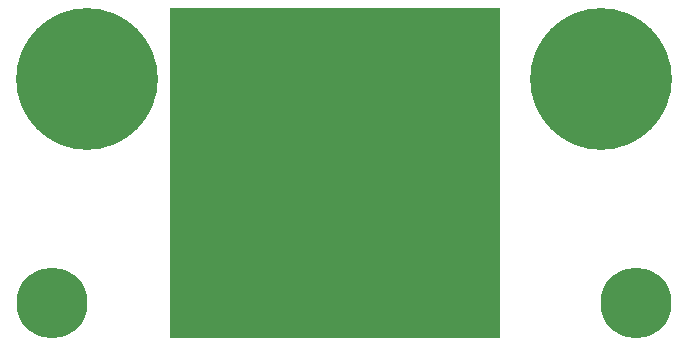
<source format=gbs>
%TF.GenerationSoftware,KiCad,Pcbnew,8.0.4*%
%TF.CreationDate,2024-08-05T19:41:17-07:00*%
%TF.ProjectId,20220727_Projects_Ideal_Diode_02,32303232-3037-4323-975f-50726f6a6563,rev?*%
%TF.SameCoordinates,PX9634260PY6ea0500*%
%TF.FileFunction,Soldermask,Bot*%
%TF.FilePolarity,Negative*%
%FSLAX46Y46*%
G04 Gerber Fmt 4.6, Leading zero omitted, Abs format (unit mm)*
G04 Created by KiCad (PCBNEW 8.0.4) date 2024-08-05 19:41:17*
%MOMM*%
%LPD*%
G01*
G04 APERTURE LIST*
%ADD10C,6.000000*%
%ADD11C,3.000000*%
%ADD12C,12.000000*%
%ADD13R,28.000000X28.000000*%
G04 APERTURE END LIST*
D10*
%TO.C,P103*%
X53000000Y3500000D03*
%TD*%
D11*
%TO.C,P104*%
X45600000Y22500000D03*
X46800000Y25500000D03*
X46800000Y19500000D03*
X50000000Y26900000D03*
D12*
X50000000Y22500000D03*
D11*
X50000000Y18100000D03*
X53000000Y25700000D03*
X53200000Y19500000D03*
X54400000Y22500000D03*
%TD*%
D10*
%TO.C,P101*%
X3500000Y3500000D03*
%TD*%
D11*
%TO.C,P102*%
X2100000Y22500000D03*
X3300000Y25500000D03*
X3300000Y19500000D03*
X6500000Y26900000D03*
D12*
X6500000Y22500000D03*
D11*
X6500000Y18100000D03*
X9500000Y25700000D03*
X9700000Y19500000D03*
X10900000Y22500000D03*
%TD*%
D13*
%TO.C,P105*%
X27500000Y14500000D03*
%TD*%
M02*

</source>
